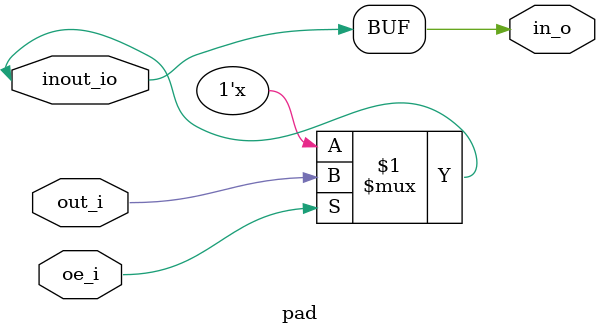
<source format=v>
module pad (
    input out_i,
    input oe_i,
    output in_o,

    inout inout_io
);
    assign in_o = inout_io;
    assign inout_io = oe_i ? out_i : 1'bz;
endmodule

</source>
